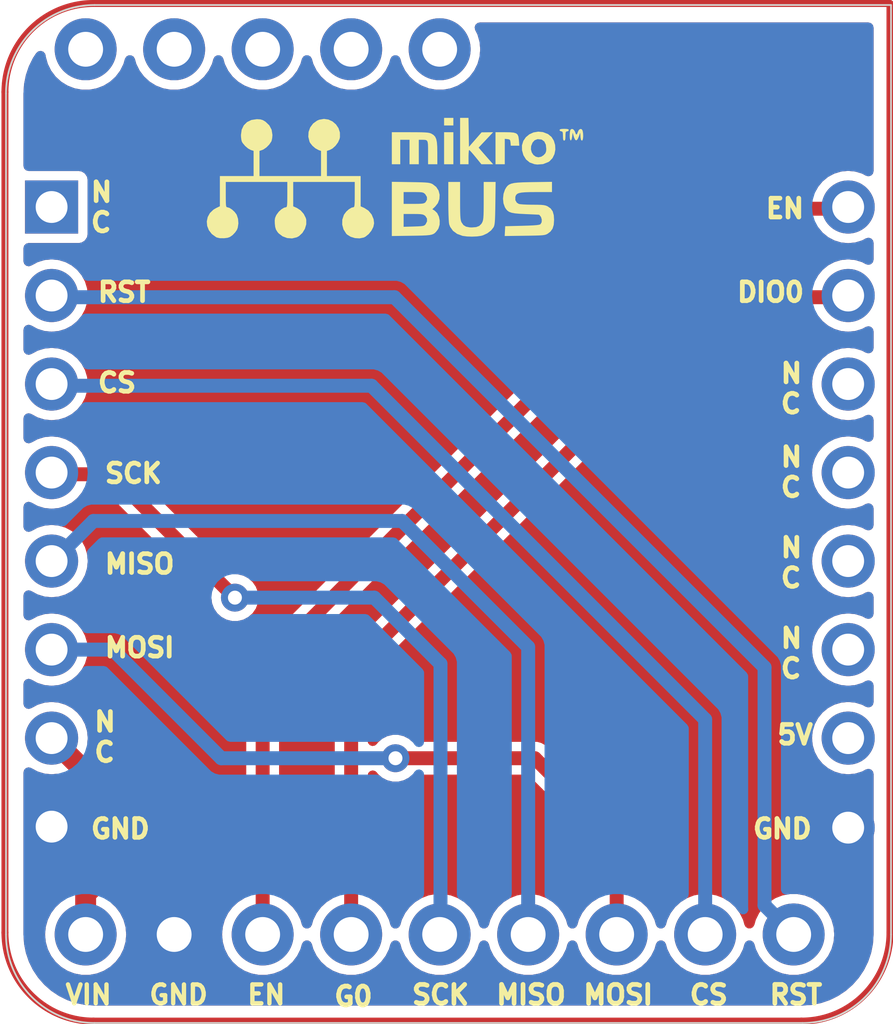
<source format=kicad_pcb>
(kicad_pcb (version 20240108) (generator "pcbnew") (generator_version "8.0")
  (layers (0 "F.Cu" signal) (31 "B.Cu" signal) (34 "B.Paste" user) (35 "F.Paste" user) (36 "B.SilkS" user "B.Silkscreen") (37 "F.SilkS" user "F.Silkscreen") (38 "B.Mask" user) (39 "F.Mask" user) (44 "Edge.Cuts" user))
  (net 0 "")
  (net 4 "/DIO_1")
  (net 6 "/RST")
  (net 7 "/SCK")
  (net 8 "/GND")
  (net 9 "/MOSI")
  (net 10 "/MISO")
  (net 11 "/3.3")
  (net 12 "/DIO_0")
  (net 14 "/CS")
  (net 15 "unconnected-(MikroBUS_adapter1-5V-Pad15)")
  (footprint "LoRA_µBUS:LoRA breakout" (layer "F.Cu") (at 129.792 94.387)
    (property "Reference" "LoRA_breakout1" (hide yes))
    (property "Value" "~" (hide yes))
    (fp_line (start -12.97 12.67) (end -12.97 -11.46) (stroke (width 0.05)) (layer "Edge.Cuts"))
    (fp_line (start -10.43 -14) (end 12.43 -14) (stroke (width 0.05)) (layer "Edge.Cuts"))
    (fp_line (start 9.89 15.21) (end -10.43 15.21) (stroke (width 0.05)) (layer "Edge.Cuts"))
    (fp_line (start 12.43 -14) (end 12.43 12.67) (stroke (width 0.05)) (layer "Edge.Cuts"))
    (fp_arc (start -12.97 -11.46) (mid -12.226051 -13.256051) (end -10.43 -14) (stroke (width 0.05)) (layer "Edge.Cuts"))
    (fp_arc (start -10.43 15.21) (mid -12.226051 14.466051) (end -12.97 12.67) (stroke (width 0.05)) (layer "Edge.Cuts"))
    (fp_arc (start 12.43 12.67) (mid 11.686051 14.466051) (end 9.89 15.21) (stroke (width 0.05)) (layer "Edge.Cuts"))
    (fp_text user "CS" (at 7.2 14.4 0) (layer "F.SilkS") (effects (font (size 0.54 0.54) (thickness 0.135))))
    (fp_text user "GND" (at -8.017 14.4 0) (layer "F.SilkS") (effects (font (size 0.54 0.54) (thickness 0.125))))
    (fp_text user "VIN" (at -10.6 14.4 0) (layer "F.SilkS") (effects (font (size 0.54 0.54) (thickness 0.125))))
    (fp_text user "SCK" (at -0.5 14.4 0) (layer "F.SilkS") (effects (font (size 0.54 0.54) (thickness 0.135))))
    (fp_text user "G0" (at -3 14.448 0) (layer "F.SilkS") (effects (font (size 0.54 0.54) (thickness 0.135))))
    (fp_text user "MISO" (at 2.1 14.4 0) (layer "F.SilkS") (effects (font (size 0.54 0.54) (thickness 0.135))))
    (fp_text user "MOSI" (at 4.6 14.4 0) (layer "F.SilkS") (effects (font (size 0.54 0.54) (thickness 0.135))))
    (fp_text user "EN" (at -5.5 14.4 0) (layer "F.SilkS") (effects (font (size 0.54 0.54) (thickness 0.125))))
    (fp_text user "RST" (at 9.7 14.4 0) (layer "F.SilkS") (effects (font (size 0.54 0.54) (thickness 0.135))))
    (pad "0" thru_hole circle (at -3.064 12.67 90) (size 1.778 1.778) (drill 1) (layers "*.Cu" "*.Mask") (net 4 "/DIO_1"))
    (pad "1" thru_hole circle (at -10.684 -12.73 90) (size 1.778 1.778) (drill 1) (layers "*.Cu" "*.Mask"))
    (pad "2" thru_hole circle (at -8.144 -12.73 90) (size 1.778 1.778) (drill 1) (layers "*.Cu" "*.Mask"))
    (pad "3" thru_hole circle (at -5.604 -12.73 90) (size 1.778 1.778) (drill 1) (layers "*.Cu" "*.Mask"))
    (pad "4" thru_hole circle (at -3.064 -12.73 90) (size 1.778 1.778) (drill 1) (layers "*.Cu" "*.Mask"))
    (pad "5" thru_hole circle (at -0.524 -12.73 90) (size 1.778 1.778) (drill 1) (layers "*.Cu" "*.Mask"))
    (pad "6" thru_hole circle (at -10.684 12.67 90) (size 1.778 1.778) (drill 1) (layers "*.Cu" "*.Mask") (net 11 "/3.3"))
    (pad "7" thru_hole circle (at -8.144 12.67 90) (size 1.778 1.778) (drill 1) (layers "*.Cu" "*.Mask") (net 8 "/GND"))
    (pad "8" thru_hole circle (at -5.604 12.67 90) (size 1.778 1.778) (drill 1) (layers "*.Cu" "*.Mask") (net 12 "/DIO_0"))
    (pad "9" thru_hole circle (at -0.524 12.67 90) (size 1.778 1.778) (drill 1) (layers "*.Cu" "*.Mask") (net 7 "/SCK"))
    (pad "10" thru_hole circle (at 2.016 12.67 90) (size 1.778 1.778) (drill 1) (layers "*.Cu" "*.Mask") (net 10 "/MISO"))
    (pad "11" thru_hole circle (at 4.556 12.67 90) (size 1.778 1.778) (drill 1) (layers "*.Cu" "*.Mask") (net 9 "/MOSI"))
    (pad "12" thru_hole circle (at 7.096 12.67 90) (size 1.778 1.778) (drill 1) (layers "*.Cu" "*.Mask") (net 14 "/CS"))
    (pad "13" thru_hole circle (at 9.636 12.67 90) (size 1.778 1.778) (drill 1) (layers "*.Cu" "*.Mask") (net 6 "/RST"))
  )
  (footprint "LoRA_µBUS:MikroBUS-LoraBreakout" (layer "F.Cu") (at 129.562 95.5432)
    (property "Reference" "MikroBUS_adapter1" (hide yes))
    (property "Value" "~" (hide yes))
    (fp_line (start -12.77 11.46) (end -12.77 -12.66) (stroke (width 0.2)) (layer "F.Cu"))
    (fp_line (start -10.23 -15.2) (end 12.63 -15.2) (stroke (width 0.2)) (layer "F.Cu"))
    (fp_line (start 10.09 14) (end -10.23 14) (stroke (width 0.2)) (layer "F.Cu"))
    (fp_line (start 12.63 -15.2) (end 12.63 11.46) (stroke (width 0.2)) (layer "F.Cu"))
    (fp_arc (start -12.77 -12.66) (mid -12.026051 -14.456051) (end -10.23 -15.2) (stroke (width 0.2)) (layer "F.Cu"))
    (fp_arc (start -10.23 14) (mid -12.026051 13.256051) (end -12.77 11.46) (stroke (width 0.2)) (layer "F.Cu"))
    (fp_arc (start 12.63 11.46) (mid 11.886051 13.256051) (end 10.09 14) (stroke (width 0.2)) (layer "F.Cu"))
    (fp_poly (pts (xy 0.099142 -11.808666) (xy 0.099142 -11.699809) (xy -0.033905 -11.699809) (xy -0.166953 -11.699809) (xy -0.166953 -11.808666) (xy -0.166953 -11.917523) (xy -0.033905 -11.917523) (xy 0.099142 -11.917523)) (fill solid) (layer "F.SilkS"))
    (fp_poly (pts (xy 0.099142 -11.046666) (xy 0.099142 -10.587047) (xy -0.033905 -10.587047) (xy -0.166953 -10.587047) (xy -0.166953 -11.046666) (xy -0.166953 -11.506285) (xy -0.033905 -11.506285) (xy 0.099142 -11.506285)) (fill solid) (layer "F.SilkS"))
    (fp_poly (pts (xy 1.728105 -11.504071) (xy 1.831044 -11.494504) (xy 1.900293 -11.473203) (xy 1.943153 -11.435784) (xy 1.966923 -11.377863) (xy 1.978903 -11.295056) (xy 1.981056 -11.267979) (xy 1.991815 -11.119238) (xy 1.869415 -11.119238) (xy 1.747015 -11.119238) (xy 1.739507 -11.209952) (xy 1.730246 -11.270229) (xy 1.706905 -11.297718) (xy 1.655824 -11.308008) (xy 1.653381 -11.308247) (xy 1.574762 -11.315827) (xy 1.574762 -10.951437) (xy 1.574762 -10.587047) (xy 1.441714 -10.587047) (xy 1.308666 -10.587047) (xy 1.308666 -11.046666) (xy 1.308666 -11.506285) (xy 1.584177 -11.506285)) (fill solid) (layer "F.SilkS"))
    (fp_poly (pts (xy 3.360426 -11.59979) (xy 3.401734 -11.588359) (xy 3.413238 -11.566762) (xy 3.39307 -11.537211) (xy 3.364857 -11.530476) (xy 3.336897 -11.524701) (xy 3.322332 -11.499733) (xy 3.316992 -11.444105) (xy 3.316476 -11.397428) (xy 3.313218 -11.317193) (xy 3.301787 -11.275884) (xy 3.28019 -11.264381) (xy 3.258308 -11.276325) (xy 3.247042 -11.318239) (xy 3.243904 -11.397428) (xy 3.241804 -11.474316) (xy 3.232725 -11.514371) (xy 3.212497 -11.529057) (xy 3.195523 -11.530476) (xy 3.156122 -11.545601) (xy 3.147142 -11.566762) (xy 3.159087 -11.588644) (xy 3.201001 -11.59991) (xy 3.28019 -11.603047)) (fill solid) (layer "F.SilkS"))
    (fp_poly (pts (xy 0.540047 -11.502472) (xy 0.546666 -11.087421) (xy 0.728095 -11.295055) (xy 0.909523 -11.50269) (xy 1.075082 -11.504488) (xy 1.240641 -11.506285) (xy 1.032456 -11.285132) (xy 0.824271 -11.063978) (xy 0.903183 -10.971728) (xy 0.959218 -10.906886) (xy 1.032213 -10.823301) (xy 1.106968 -10.738373) (xy 1.111488 -10.733263) (xy 1.240882 -10.587047) (xy 1.072342 -10.587047) (xy 0.903803 -10.587047) (xy 0.73733 -10.791425) (xy 0.668249 -10.874416) (xy 0.609645 -10.94144) (xy 0.568497 -10.984723) (xy 0.552714 -10.997044) (xy 0.54452 -10.975298) (xy 0.538251 -10.916197) (xy 0.534886 -10.830756) (xy 0.534571 -10.792666) (xy 0.534571 -10.587047) (xy 0.413619 -10.587047) (xy 0.292666 -10.587047) (xy 0.292666 -11.252285) (xy 0.292666 -11.917523) (xy 0.413047 -11.917523) (xy 0.533429 -11.917523)) (fill solid) (layer "F.SilkS"))
    (fp_poly (pts (xy 3.540458 -11.589365) (xy 3.578555 -11.544269) (xy 3.59126 -11.512167) (xy 3.614387 -11.451499) (xy 3.636232 -11.439116) (xy 3.658459 -11.475022) (xy 3.670593 -11.512333) (xy 3.701275 -11.572138) (xy 3.742674 -11.600055) (xy 3.782783 -11.592823) (xy 3.808897 -11.549888) (xy 3.822397 -11.472397) (xy 3.825458 -11.391383) (xy 3.819028 -11.320818) (xy 3.804057 -11.274676) (xy 3.789515 -11.264381) (xy 3.764845 -11.282854) (xy 3.750533 -11.341739) (xy 3.747182 -11.379285) (xy 3.739809 -11.49419) (xy 3.701519 -11.385333) (xy 3.664991 -11.304342) (xy 3.629655 -11.27158) (xy 3.595977 -11.287071) (xy 3.564421 -11.350836) (xy 3.555787 -11.378177) (xy 3.522095 -11.49419) (xy 3.51 -11.387211) (xy 3.49422 -11.30502) (xy 3.474144 -11.269312) (xy 3.454797 -11.279097) (xy 3.441202 -11.333382) (xy 3.437799 -11.40146) (xy 3.441381 -11.483877) (xy 3.450238 -11.548895) (xy 3.45884 -11.575189) (xy 3.496436 -11.601632)) (fill solid) (layer "F.SilkS"))
    (fp_poly (pts (xy -1.140619 -11.506248) (xy -0.962442 -11.505765) (xy -0.825717 -11.504024) (xy -0.723523 -11.500547) (xy -0.648938 -11.494853) (xy -0.59504 -11.486463) (xy -0.554908 -11.474896) (xy -0.52981 -11.463914) (xy -0.468638 -11.42605) (xy -0.423732 -11.377515) (xy -0.392778 -11.310876) (xy -0.373467 -11.218702) (xy -0.363484 -11.093559) (xy -0.36052 -10.928015) (xy -0.360514 -10.919666) (xy -0.360477 -10.587047) (xy -0.493524 -10.587047) (xy -0.626572 -10.587047) (xy -0.626572 -10.923126) (xy -0.626887 -11.063022) (xy -0.630075 -11.16172) (xy -0.639503 -11.226402) (xy -0.658538 -11.264248) (xy -0.690545 -11.282439) (xy -0.73889 -11.288156) (xy -0.797884 -11.288571) (xy -0.892667 -11.288571) (xy -0.892667 -10.937809) (xy -0.892667 -10.587047) (xy -1.025715 -10.587047) (xy -1.158762 -10.587047) (xy -1.158762 -10.937809) (xy -1.158762 -11.288571) (xy -1.29181 -11.288571) (xy -1.424858 -11.288571) (xy -1.424858 -10.937809) (xy -1.424858 -10.587047) (xy -1.54581 -10.587047) (xy -1.666762 -10.587047) (xy -1.666762 -11.046666) (xy -1.666762 -11.506285)) (fill solid) (layer "F.SilkS"))
    (fp_poly (pts (xy 2.672579 -11.508372) (xy 2.813064 -11.454097) (xy 2.819224 -11.450673) (xy 2.916652 -11.370223) (xy 2.983638 -11.262604) (xy 3.020119 -11.137992) (xy 3.026029 -11.006564) (xy 3.001304 -10.878499) (xy 2.945881 -10.763972) (xy 2.859693 -10.673161) (xy 2.824295 -10.650022) (xy 2.67332 -10.591093) (xy 2.509486 -10.578392) (xy 2.424757 -10.589276) (xy 2.290185 -10.637718) (xy 2.184278 -10.724151) (xy 2.109313 -10.846016) (xy 2.069387 -10.988738) (xy 2.069165 -11.012337) (xy 2.325954 -11.012337) (xy 2.349817 -10.924838) (xy 2.397277 -10.853555) (xy 2.462491 -10.805154) (xy 2.539616 -10.786306) (xy 2.622811 -10.80368) (xy 2.689244 -10.847633) (xy 2.739273 -10.902066) (xy 2.76134 -10.960931) (xy 2.765952 -11.023982) (xy 2.752778 -11.148345) (xy 2.710008 -11.238367) (xy 2.639144 -11.291189) (xy 2.62263 -11.296783) (xy 2.516945 -11.307661) (xy 2.430972 -11.274653) (xy 2.372387 -11.209303) (xy 2.33153 -11.109382) (xy 2.325954 -11.012337) (xy 2.069165 -11.012337) (xy 2.068056 -11.130544) (xy 2.107026 -11.256685) (xy 2.179618 -11.363046) (xy 2.279149 -11.445511) (xy 2.398941 -11.499964) (xy 2.532311 -11.522289)) (fill solid) (layer "F.SilkS"))
    (fp_poly (pts (xy 0.292704 -9.540809) (xy 0.293166 -9.360613) (xy 0.294833 -9.221973) (xy 0.29817 -9.118072) (xy 0.303638 -9.042091) (xy 0.311703 -8.987211) (xy 0.322827 -8.946616) (xy 0.335037 -8.918241) (xy 0.388621 -8.842139) (xy 0.462802 -8.796208) (xy 0.567318 -8.775692) (xy 0.631333 -8.773475) (xy 0.753927 -8.783451) (xy 0.841499 -8.816551) (xy 0.903784 -8.877531) (xy 0.927629 -8.918241) (xy 0.941719 -8.952056) (xy 0.952355 -8.994358) (xy 0.960001 -9.051964) (xy 0.965121 -9.131694) (xy 0.968177 -9.240365) (xy 0.969634 -9.384797) (xy 0.969962 -9.540809) (xy 0.97 -10.079047) (xy 1.141167 -10.079047) (xy 1.312334 -10.079047) (xy 1.304452 -9.468238) (xy 1.301606 -9.275962) (xy 1.298319 -9.12584) (xy 1.294131 -9.011647) (xy 1.288581 -8.927155) (xy 1.281207 -8.86614) (xy 1.271548 -8.822373) (xy 1.259144 -8.789629) (xy 1.25337 -8.778332) (xy 1.179748 -8.685633) (xy 1.073317 -8.605182) (xy 0.949624 -8.547641) (xy 0.895012 -8.532599) (xy 0.774289 -8.515918) (xy 0.632282 -8.50996) (xy 0.490822 -8.514705) (xy 0.371738 -8.530133) (xy 0.358404 -8.533072) (xy 0.206439 -8.589063) (xy 0.088044 -8.676092) (xy 0.006681 -8.791133) (xy -0.020745 -8.864227) (xy -0.028045 -8.914519) (xy -0.034491 -9.005137) (xy -0.039775 -9.128032) (xy -0.043587 -9.275151) (xy -0.045616 -9.438444) (xy -0.045865 -9.516619) (xy -0.046 -10.079047) (xy 0.123333 -10.079047) (xy 0.292666 -10.079047)) (fill solid) (layer "F.SilkS"))
    (fp_poly (pts (xy -1.128524 -10.074837) (xy -0.951456 -10.071817) (xy -0.815691 -10.06843) (xy -0.714151 -10.064007) (xy -0.639758 -10.057876) (xy -0.585436 -10.049367) (xy -0.544107 -10.037809) (xy -0.508693 -10.02253) (xy -0.493524 -10.014651) (xy -0.392021 -9.935319) (xy -0.325405 -9.831258) (xy -0.294783 -9.712375) (xy -0.301265 -9.588576) (xy -0.345957 -9.469769) (xy -0.421813 -9.373355) (xy -0.503775 -9.296046) (xy -0.436237 -9.254974) (xy -0.364532 -9.185298) (xy -0.315694 -9.085755) (xy -0.29185 -8.970188) (xy -0.29513 -8.852441) (xy -0.327661 -8.746357) (xy -0.351949 -8.706729) (xy -0.389989 -8.657262) (xy -0.425587 -8.61889) (xy -0.465314 -8.59011) (xy -0.51574 -8.569414) (xy -0.583436 -8.555297) (xy -0.674972 -8.546254) (xy -0.796917 -8.540778) (xy -0.955843 -8.537365) (xy -1.099996 -8.535296) (xy -1.666762 -8.52764) (xy -1.666762 -8.975833) (xy -1.328096 -8.975833) (xy -1.328096 -8.791856) (xy -1.035641 -8.80049) (xy -0.91131 -8.804779) (xy -0.825962 -8.810183) (xy -0.770201 -8.818526) (xy -0.734636 -8.831628) (xy -0.709872 -8.851313) (xy -0.696975 -8.866194) (xy -0.655733 -8.948062) (xy -0.658169 -9.029801) (xy -0.703483 -9.100302) (xy -0.714501 -9.109672) (xy -0.748139 -9.131851) (xy -0.788616 -9.146411) (xy -0.84635 -9.154897) (xy -0.931757 -9.158848) (xy -1.053167 -9.159809) (xy -1.328096 -9.159809) (xy -1.328096 -8.975833) (xy -1.666762 -8.975833) (xy -1.666762 -9.305355) (xy -1.666762 -9.619428) (xy -1.328096 -9.619428) (xy -1.328096 -9.450095) (xy -1.03781 -9.450095) (xy -0.912372 -9.45091) (xy -0.825826 -9.454259) (xy -0.768695 -9.461495) (xy -0.731505 -9.473971) (xy -0.704779 -9.493042) (xy -0.699143 -9.498476) (xy -0.657314 -9.569966) (xy -0.659841 -9.649097) (xy -0.706224 -9.725379) (xy -0.710139 -9.729385) (xy -0.738601 -9.754982) (xy -0.769705 -9.771933) (xy -0.81356 -9.78201) (xy -0.880273 -9.786986) (xy -0.979954 -9.788633) (xy -1.048806 -9.788762) (xy -1.328096 -9.788762) (xy -1.328096 -9.619428) (xy -1.666762 -9.619428) (xy -1.666762 -10.083071)) (fill solid) (layer "F.SilkS"))
    (fp_poly (pts (xy 2.929428 -9.93554) (xy 2.929428 -9.788762) (xy 2.480703 -9.788762) (xy 2.297489 -9.787568) (xy 2.156689 -9.783047) (xy 2.052376 -9.773792) (xy 1.978622 -9.758394) (xy 1.929498 -9.735443) (xy 1.899077 -9.703532) (xy 1.88143 -9.661252) (xy 1.877546 -9.645458) (xy 1.878483 -9.555676) (xy 1.919968 -9.484679) (xy 1.97695 -9.448937) (xy 2.022812 -9.440494) (xy 2.106193 -9.433442) (xy 2.216237 -9.428406) (xy 2.342088 -9.426015) (xy 2.375586 -9.425904) (xy 2.517495 -9.424926) (xy 2.620713 -9.421296) (xy 2.694903 -9.413974) (xy 2.749726 -9.40192) (xy 2.794845 -9.384092) (xy 2.803392 -9.379826) (xy 2.892023 -9.318113) (xy 2.950055 -9.235624) (xy 2.981365 -9.124261) (xy 2.989904 -8.990476) (xy 2.97996 -8.84754) (xy 2.947049 -8.739324) (xy 2.886553 -8.655779) (xy 2.808476 -8.59571) (xy 2.779111 -8.57897) (xy 2.747121 -8.566058) (xy 2.705885 -8.556369) (xy 2.648781 -8.549296) (xy 2.569187 -8.544235) (xy 2.46048 -8.540579) (xy 2.31604 -8.537724) (xy 2.148031 -8.535311) (xy 1.572252 -8.52767) (xy 1.579554 -8.668359) (xy 1.586857 -8.809047) (xy 2.073076 -8.821142) (xy 2.254064 -8.826567) (xy 2.391601 -8.832957) (xy 2.490613 -8.840736) (xy 2.556027 -8.850329) (xy 2.59277 -8.862159) (xy 2.599219 -8.866438) (xy 2.632471 -8.92217) (xy 2.63704 -8.996692) (xy 2.61561 -9.071958) (xy 2.570865 -9.129922) (xy 2.558796 -9.138185) (xy 2.534458 -9.140017) (xy 2.469987 -9.143426) (xy 2.37359 -9.148016) (xy 2.253475 -9.153391) (xy 2.167428 -9.157081) (xy 1.997334 -9.165862) (xy 1.86805 -9.177602) (xy 1.772006 -9.194832) (xy 1.701634 -9.220084) (xy 1.649364 -9.255886) (xy 1.607627 -9.304769) (xy 1.577042 -9.354448) (xy 1.536981 -9.466915) (xy 1.524185 -9.600663) (xy 1.538483 -9.737123) (xy 1.5797 -9.85773) (xy 1.581769 -9.861702) (xy 1.616315 -9.92138) (xy 1.653582 -9.968294) (xy 1.699675 -10.004074) (xy 1.760696 -10.030351) (xy 1.842751 -10.048755) (xy 1.951943 -10.060915) (xy 2.094376 -10.068462) (xy 2.276156 -10.073026) (xy 2.379095 -10.074635) (xy 2.929428 -10.082318)) (fill solid) (layer "F.SilkS"))
    (fp_poly (pts (xy -3.485125 -11.869495) (xy -3.36798 -11.814812) (xy -3.26979 -11.730669) (xy -3.197229 -11.623371) (xy -3.156972 -11.49922) (xy -3.155694 -11.36452) (xy -3.166158 -11.314298) (xy -3.210695 -11.213627) (xy -3.282876 -11.116742) (xy -3.36935 -11.038725) (xy -3.446358 -10.997759) (xy -3.529429 -10.970343) (xy -3.529429 -10.609362) (xy -3.529429 -10.248381) (xy -3.045619 -10.248381) (xy -2.56181 -10.248381) (xy -2.56181 -9.814084) (xy -2.56181 -9.379787) (xy -2.458201 -9.333956) (xy -2.336606 -9.255013) (xy -2.24487 -9.143724) (xy -2.189396 -9.010058) (xy -2.175428 -8.893714) (xy -2.196661 -8.789379) (xy -2.252163 -8.680714) (xy -2.331556 -8.582025) (xy -2.424462 -8.507618) (xy -2.47267 -8.484015) (xy -2.593823 -8.459646) (xy -2.724543 -8.468105) (xy -2.848852 -8.505875) (xy -2.95077 -8.56944) (xy -2.976179 -8.594806) (xy -3.053097 -8.716437) (xy -3.090921 -8.854371) (xy -3.088387 -8.996448) (xy -3.044235 -9.130511) (xy -3.033738 -9.149531) (xy -2.97336 -9.229352) (xy -2.898022 -9.296938) (xy -2.821657 -9.3415) (xy -2.770621 -9.353333) (xy -2.755307 -9.358297) (xy -2.744498 -9.377834) (xy -2.737436 -9.418912) (xy -2.733363 -9.488496) (xy -2.731521 -9.593556) (xy -2.731143 -9.71619) (xy -2.731143 -10.079047) (xy -3.614096 -10.079047) (xy -4.497048 -10.079047) (xy -4.497048 -9.729417) (xy -4.497048 -9.379787) (xy -4.389864 -9.332375) (xy -4.283861 -9.262667) (xy -4.195106 -9.161832) (xy -4.13604 -9.045688) (xy -4.122403 -8.992295) (xy -4.122808 -8.862371) (xy -4.161935 -8.732863) (xy -4.232862 -8.616591) (xy -4.328667 -8.526376) (xy -4.393084 -8.490968) (xy -4.529744 -8.458667) (xy -4.670241 -8.46892) (xy -4.802754 -8.518506) (xy -4.915467 -8.604199) (xy -4.948256 -8.642395) (xy -4.990328 -8.709699) (xy -5.013839 -8.784913) (xy -5.024997 -8.883723) (xy -5.027587 -8.977737) (xy -5.017842 -9.045843) (xy -4.99131 -9.109866) (xy -4.971744 -9.144809) (xy -4.909946 -9.227292) (xy -4.833922 -9.296371) (xy -4.757102 -9.341512) (xy -4.705859 -9.353333) (xy -4.690545 -9.358297) (xy -4.679737 -9.377834) (xy -4.672675 -9.418912) (xy -4.668601 -9.488496) (xy -4.666759 -9.593556) (xy -4.666381 -9.71619) (xy -4.666381 -10.079047) (xy -5.549334 -10.079047) (xy -6.432286 -10.079047) (xy -6.432286 -9.71619) (xy -6.431841 -9.576163) (xy -6.42995 -9.477418) (xy -6.425775 -9.41286) (xy -6.418481 -9.375393) (xy -6.407231 -9.357923) (xy -6.391189 -9.353354) (xy -6.389521 -9.353333) (xy -6.326173 -9.334755) (xy -6.251337 -9.286633) (xy -6.179271 -9.220388) (xy -6.12423 -9.147437) (xy -6.117881 -9.135759) (xy -6.080022 -9.020262) (xy -6.070108 -8.890334) (xy -6.088305 -8.766355) (xy -6.114309 -8.700419) (xy -6.162615 -8.631484) (xy -6.228129 -8.562039) (xy -6.248256 -8.544647) (xy -6.31178 -8.500869) (xy -6.377968 -8.476807) (xy -6.467729 -8.465434) (xy -6.487614 -8.464213) (xy -6.60578 -8.465433) (xy -6.690807 -8.48561) (xy -6.710477 -8.494969) (xy -6.832918 -8.584082) (xy -6.918213 -8.694205) (xy -6.966355 -8.817449) (xy -6.977338 -8.945924) (xy -6.951157 -9.07174) (xy -6.887804 -9.187007) (xy -6.787274 -9.283835) (xy -6.711134 -9.328824) (xy -6.601619 -9.381839) (xy -6.601619 -9.81511) (xy -6.601619 -10.248381) (xy -6.11781 -10.248381) (xy -5.634 -10.248381) (xy -5.634 -10.609362) (xy -5.634 -10.970343) (xy -5.714363 -10.996865) (xy -5.793394 -11.039636) (xy -5.876302 -11.110338) (xy -5.946069 -11.193266) (xy -5.969764 -11.232552) (xy -5.984736 -11.285562) (xy -5.994576 -11.366058) (xy -5.996858 -11.427388) (xy -5.976066 -11.578278) (xy -5.91637 -11.702929) (xy -5.821788 -11.797424) (xy -5.696338 -11.857846) (xy -5.544038 -11.880281) (xy -5.532089 -11.880326) (xy -5.437585 -11.874283) (xy -5.365594 -11.85233) (xy -5.292339 -11.807833) (xy -5.183261 -11.703762) (xy -5.11627 -11.576861) (xy -5.093153 -11.430603) (xy -5.093205 -11.420978) (xy -5.100279 -11.336267) (xy -5.116153 -11.262697) (xy -5.125488 -11.238933) (xy -5.18576 -11.150724) (xy -5.266325 -11.069746) (xy -5.350853 -11.011271) (xy -5.384304 -10.996865) (xy -5.464667 -10.970343) (xy -5.464667 -10.609362) (xy -5.464667 -10.248381) (xy -4.581715 -10.248381) (xy -3.698762 -10.248381) (xy -3.698762 -10.608871) (xy -3.698762 -10.969362) (xy -3.765612 -10.992666) (xy -3.857461 -11.041596) (xy -3.945728 -11.116359) (xy -4.012425 -11.200572) (xy -4.028623 -11.232236) (xy -4.064161 -11.374339) (xy -4.05638 -11.514837) (xy -4.009152 -11.644949) (xy -3.926345 -11.755895) (xy -3.811831 -11.838896) (xy -3.749581 -11.865271) (xy -3.61455 -11.888416)) (fill solid) (layer "F.SilkS"))
    (fp_text user "CS" (at -10.17 -4 0) (layer "F.SilkS") (effects (font (size 0.54 0.54) (thickness 0.135)) (justify left bottom)))
    (fp_text user "N\nC" (at 9.43 -1 0) (layer "F.SilkS") (effects (font (size 0.54 0.54) (thickness 0.135)) (justify left bottom)))
    (fp_text user "N\nC" (at 9.43 1.6 0) (layer "F.SilkS") (effects (font (size 0.54 0.54) (thickness 0.135)) (justify left bottom)))
    (fp_text user "N\nC" (at -10.37 -8.6 0) (layer "F.SilkS") (effects (font (size 0.54 0.54) (thickness 0.135)) (justify left bottom)))
    (fp_text user "RST\n" (at -10.17 -6.6 0) (layer "F.SilkS") (effects (font (size 0.54 0.54) (thickness 0.135)) (justify left bottom)))
    (fp_text user "N\nC" (at 9.43 -3.4 0) (layer "F.SilkS") (effects (font (size 0.54 0.54) (thickness 0.135)) (justify left bottom)))
    (fp_text user "GND\n" (at -10.37 8.8 0) (layer "F.SilkS") (effects (font (size 0.54 0.54) (thickness 0.135)) (justify left bottom)))
    (fp_text user "GND\n" (at 8.63 8.8 0) (layer "F.SilkS") (effects (font (size 0.54 0.54) (thickness 0.135)) (justify left bottom)))
    (fp_text user "EN" (at 10.23 -9 0) (layer "F.SilkS") (effects (font (size 0.54 0.54) (thickness 0.135)) (justify right bottom)))
    (fp_text user "DIO0" (at 10.23 -6.6 0) (layer "F.SilkS") (effects (font (size 0.54 0.54) (thickness 0.135)) (justify right bottom)))
    (fp_text user "MOSI" (at -9.97 3.6 0) (layer "F.SilkS") (effects (font (size 0.54 0.54) (thickness 0.135)) (justify left bottom)))
    (fp_text user "5V" (at 9.33 6.1 0) (layer "F.SilkS") (effects (font (size 0.54 0.54) (thickness 0.135)) (justify left bottom)))
    (fp_text user "SCK" (at -9.97 -1.4 0) (layer "F.SilkS") (effects (font (size 0.54 0.54) (thickness 0.135)) (justify left bottom)))
    (fp_text user "MISO" (at -9.97 1.2 0) (layer "F.SilkS") (effects (font (size 0.54 0.54) (thickness 0.135)) (justify left bottom)))
    (fp_text user "N\nC" (at 9.43 4.2 0) (layer "F.SilkS") (effects (font (size 0.54 0.54) (thickness 0.135)) (justify left bottom)))
    (fp_text user "N\nC" (at -10.27 6.6 0) (layer "F.SilkS") (effects (font (size 0.54 0.54) (thickness 0.135)) (justify left bottom)))
    (pad "1" thru_hole rect (at -11.4312 -9.36 270) (size 1.524 1.524) (drill 0.914) (layers "*.Cu" "*.Mask"))
    (pad "2" thru_hole circle (at -11.4312 -6.82 270) (size 1.524 1.524) (drill 0.914) (layers "*.Cu" "*.Mask") (net 6 "/RST"))
    (pad "3" thru_hole circle (at -11.4312 -4.28 270) (size 1.524 1.524) (drill 0.914) (layers "*.Cu" "*.Mask") (net 14 "/CS"))
    (pad "4" thru_hole circle (at -11.4312 -1.74 270) (size 1.524 1.524) (drill 0.914) (layers "*.Cu" "*.Mask") (net 7 "/SCK"))
    (pad "5" thru_hole circle (at -11.4312 0.8 270) (size 1.524 1.524) (drill 0.914) (layers "*.Cu" "*.Mask") (net 10 "/MISO"))
    (pad "6" thru_hole circle (at -11.4312 3.34 90) (size 1.524 1.524) (drill 0.914) (layers "*.Cu" "*.Mask") (net 9 "/MOSI"))
    (pad "7" thru_hole circle (at -11.4312 5.88 90) (size 1.524 1.524) (drill 0.914) (layers "*.Cu" "*.Mask") (net 11 "/3.3"))
    (pad "8" thru_hole circle (at -11.4312 8.42 90) (size 1.524 1.524) (drill 0.914) (layers "*.Cu" "*.Mask") (net 8 "/GND"))
    (pad "9" thru_hole circle (at 11.43 -9.36 270) (size 1.524 1.524) (drill 0.914) (layers "*.Cu" "*.Mask") (net 12 "/DIO_0"))
    (pad "10" thru_hole circle (at 11.43 -6.82 270) (size 1.524 1.524) (drill 0.914) (layers "*.Cu" "*.Mask") (net 4 "/DIO_1"))
    (pad "11" thru_hole circle (at 11.43 -4.28 270) (size 1.524 1.524) (drill 0.914) (layers "*.Cu" "*.Mask"))
    (pad "12" thru_hole circle (at 11.43 -1.74 90) (size 1.524 1.524) (drill 0.914) (layers "*.Cu" "*.Mask"))
    (pad "13" thru_hole circle (at 11.43 0.8 90) (size 1.524 1.524) (drill 0.914) (layers "*.Cu" "*.Mask"))
    (pad "14" thru_hole circle (at 11.43 3.34 90) (size 1.524 1.524) (drill 0.914) (layers "*.Cu" "*.Mask"))
    (pad "15" thru_hole circle (at 11.43 5.88 90) (size 1.524 1.524) (drill 0.914) (layers "*.Cu" "*.Mask") (net 15 "unconnected-(MikroBUS_adapter1-5V-Pad15)"))
    (pad "16" thru_hole circle (at 11.43 8.4488 90) (size 1.524 1.524) (drill 0.914) (layers "*.Cu" "*.Mask") (net 8 "/GND"))
  )
  (segment (start 140.992 88.772) (end 137.412 88.772) (width 0.4) (layer "F.Cu") (net 4))
  (segment (start 137.412 88.772) (end 126.728 99.456) (width 0.4) (layer "F.Cu") (net 4))
  (segment (start 126.728 99.456) (end 126.728 107.057) (width 0.4) (layer "F.Cu") (net 4))
  (segment (start 138.592 99.392) (end 138.592 106.221) (width 0.4) (layer "B.Cu") (net 6))
  (segment (start 138.592 106.221) (end 139.428 107.057) (width 0.4) (layer "B.Cu") (net 6))
  (segment (start 118.1308 88.772) (end 127.972 88.772) (width 0.4) (layer "B.Cu") (net 6))
  (segment (start 127.972 88.772) (end 138.592 99.392) (width 0.4) (layer "B.Cu") (net 6))
  (segment (start 119.852 93.852) (end 118.1308 93.852) (width 0.4) (layer "F.Cu") (net 7))
  (segment (start 123.392 97.392) (end 119.852 93.852) (width 0.4) (layer "F.Cu") (net 7))
  (via (at 123.392 97.392) (size 0.8) (drill 0.4) (layers "F.Cu" "B.Cu") (net 7))
  (segment (start 127.392 97.392) (end 129.292 99.292) (width 0.4) (layer "B.Cu") (net 7))
  (segment (start 129.292 99.292) (end 129.292 107.033) (width 0.4) (layer "B.Cu") (net 7))
  (segment (start 129.292 107.033) (end 129.268 107.057) (width 0.2) (layer "B.Cu") (net 7))
  (segment (start 123.392 97.392) (end 127.392 97.392) (width 0.4) (layer "B.Cu") (net 7))
  (segment (start 128 102) (end 132 102) (width 0.4) (layer "F.Cu") (net 9))
  (segment (start 132 102) (end 134.348 104.348) (width 0.4) (layer "F.Cu") (net 9))
  (segment (start 134.348 104.348) (end 134.348 107.057) (width 0.4) (layer "F.Cu") (net 9))
  (via (at 128 102) (size 0.8) (drill 0.4) (layers "F.Cu" "B.Cu") (net 9))
  (segment (start 119.8832 98.8832) (end 118.1308 98.8832) (width 0.4) (layer "B.Cu") (net 9))
  (segment (start 128 102) (end 123 102) (width 0.4) (layer "B.Cu") (net 9))
  (segment (start 123 102) (end 119.8832 98.8832) (width 0.4) (layer "B.Cu") (net 9))
  (segment (start 118.1308 98.8832) (end 118.1308 99.2308) (width 0.3) (layer "B.Cu") (net 9))
  (segment (start 118.1308 99.2308) (end 118.1308 98.932) (width 0.2) (layer "B.Cu") (net 9))
  (segment (start 131.808 107.057) (end 131.808 98.808) (width 0.4) (layer "B.Cu") (net 10))
  (segment (start 128.192 95.192) (end 119.3308 95.192) (width 0.4) (layer "B.Cu") (net 10))
  (segment (start 119.3308 95.192) (end 118.1308 96.392) (width 0.4) (layer "B.Cu") (net 10))
  (segment (start 131.808 98.808) (end 128.192 95.192) (width 0.4) (layer "B.Cu") (net 10))
  (segment (start 120 105) (end 120 103.2924) (width 0.6) (layer "F.Cu") (net 11))
  (segment (start 119.108 105.892) (end 120 105) (width 0.6) (layer "F.Cu") (net 11))
  (segment (start 120 103.2924) (end 118.1308 101.4232) (width 0.6) (layer "F.Cu") (net 11))
  (segment (start 119.108 107.062) (end 119.108 105.892) (width 0.6) (layer "F.Cu") (net 11))
  (segment (start 137.352 86.232) (end 124.188 99.396) (width 0.4) (layer "F.Cu") (net 12))
  (segment (start 124.188 99.396) (end 124.188 107.057) (width 0.4) (layer "F.Cu") (net 12))
  (segment (start 140.992 86.232) (end 137.352 86.232) (width 0.4) (layer "F.Cu") (net 12))
  (segment (start 136.888 107.057) (end 136.888 100.888) (width 0.4) (layer "B.Cu") (net 14))
  (segment (start 127.312 91.312) (end 118.1308 91.312) (width 0.4) (layer "B.Cu") (net 14))
  (segment (start 136.888 100.888) (end 127.312 91.312) (width 0.4) (layer "B.Cu") (net 14))
  (segment (start 140.992 101.472) (end 140.972 101.492) (width 0.5) (layer "F.Cu") (net 15))
  (zone (net 8) (net_name "/GND") (layers "F&B.Cu") (name "GND") (priority 1) (connect_pads yes (clearance 0.27)) (min_thickness 0.3) (fill yes (thermal_gap 0.5) (thermal_bridge_width 0.5) (island_removal_mode 2) (island_area_min 10))
    (polygon (pts (xy 116.65 80.25) (xy 142.182 80.262) (xy 142.28 109.64) (xy 116.742 109.642)))
  )
)
</source>
